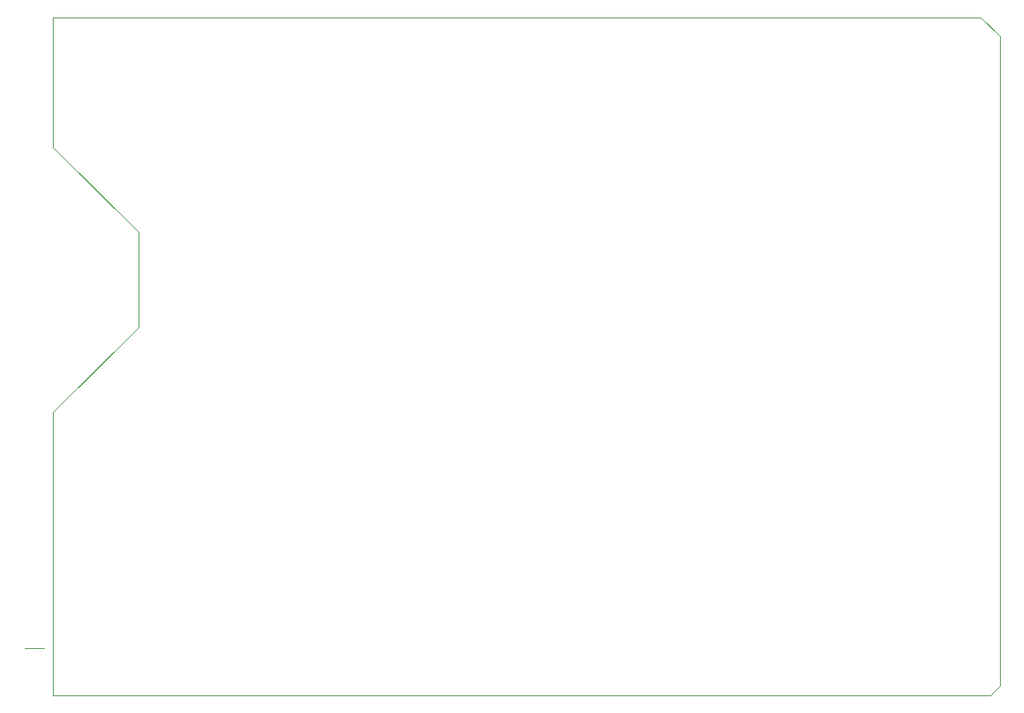
<source format=gbr>
%TF.GenerationSoftware,KiCad,Pcbnew,(7.0.0)*%
%TF.CreationDate,2023-04-30T17:40:28+02:00*%
%TF.ProjectId,STM32 Talnet console,53544d33-3220-4546-916c-6e657420636f,rev?*%
%TF.SameCoordinates,Original*%
%TF.FileFunction,Profile,NP*%
%FSLAX46Y46*%
G04 Gerber Fmt 4.6, Leading zero omitted, Abs format (unit mm)*
G04 Created by KiCad (PCBNEW (7.0.0)) date 2023-04-30 17:40:28*
%MOMM*%
%LPD*%
G01*
G04 APERTURE LIST*
%TA.AperFunction,Profile*%
%ADD10C,0.100000*%
%TD*%
G04 APERTURE END LIST*
D10*
X163207100Y-28250000D02*
X65207100Y-28250000D01*
X164207100Y-100000000D02*
X165207100Y-99000000D01*
X163207100Y-28250000D02*
X165207100Y-30250000D01*
X65207100Y-28250000D02*
X65207100Y-42000000D01*
X74207100Y-51000000D02*
X74207100Y-61000000D01*
X65207100Y-70000000D02*
X65207100Y-100000000D01*
X64207100Y-95000000D02*
X62207100Y-95000000D01*
X74207100Y-61000000D02*
X65207100Y-70000000D01*
X74207100Y-51000000D02*
X65207100Y-42000000D01*
X65207100Y-100000000D02*
X164207100Y-100000000D01*
X165207100Y-99000000D02*
X165207100Y-30250000D01*
M02*

</source>
